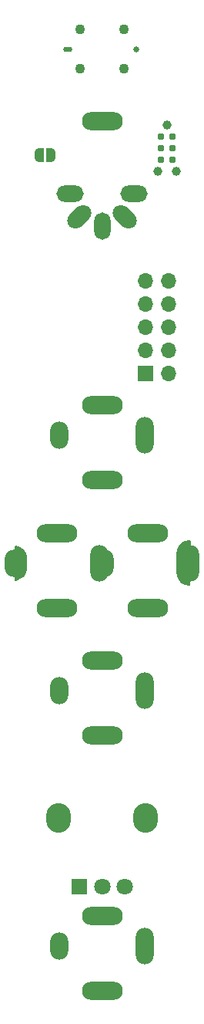
<source format=gbr>
%TF.GenerationSoftware,KiCad,Pcbnew,6.0.11-2627ca5db0~126~ubuntu22.04.1*%
%TF.CreationDate,2023-05-04T09:26:43+02:00*%
%TF.ProjectId,OTBreakOut,4f544272-6561-46b4-9f75-742e6b696361,rev?*%
%TF.SameCoordinates,Original*%
%TF.FileFunction,Soldermask,Bot*%
%TF.FilePolarity,Negative*%
%FSLAX46Y46*%
G04 Gerber Fmt 4.6, Leading zero omitted, Abs format (unit mm)*
G04 Created by KiCad (PCBNEW 6.0.11-2627ca5db0~126~ubuntu22.04.1) date 2023-05-04 09:26:43*
%MOMM*%
%LPD*%
G01*
G04 APERTURE LIST*
G04 Aperture macros list*
%AMHorizOval*
0 Thick line with rounded ends*
0 $1 width*
0 $2 $3 position (X,Y) of the first rounded end (center of the circle)*
0 $4 $5 position (X,Y) of the second rounded end (center of the circle)*
0 Add line between two ends*
20,1,$1,$2,$3,$4,$5,0*
0 Add two circle primitives to create the rounded ends*
1,1,$1,$2,$3*
1,1,$1,$4,$5*%
%AMFreePoly0*
4,1,22,0.500000,-0.750000,0.000000,-0.750000,0.000000,-0.745033,-0.079941,-0.743568,-0.215256,-0.701293,-0.333266,-0.622738,-0.424486,-0.514219,-0.481581,-0.384460,-0.499164,-0.250000,-0.500000,-0.250000,-0.500000,0.250000,-0.499164,0.250000,-0.499963,0.256109,-0.478152,0.396186,-0.417904,0.524511,-0.324060,0.630769,-0.204165,0.706417,-0.067858,0.745374,0.000000,0.744959,0.000000,0.750000,
0.500000,0.750000,0.500000,-0.750000,0.500000,-0.750000,$1*%
%AMFreePoly1*
4,1,20,0.000000,0.744959,0.073905,0.744508,0.209726,0.703889,0.328688,0.626782,0.421226,0.519385,0.479903,0.390333,0.500000,0.250000,0.500000,-0.250000,0.499851,-0.262216,0.476331,-0.402017,0.414519,-0.529596,0.319384,-0.634700,0.198574,-0.708877,0.061801,-0.746166,0.000000,-0.745033,0.000000,-0.750000,-0.500000,-0.750000,-0.500000,0.750000,0.000000,0.750000,0.000000,0.744959,
0.000000,0.744959,$1*%
G04 Aperture macros list end*
%ADD10C,0.200000*%
%ADD11O,2.720000X3.240000*%
%ADD12R,1.800000X1.800000*%
%ADD13C,1.800000*%
%ADD14O,4.500000X2.000000*%
%ADD15O,3.000000X1.800000*%
%ADD16O,1.800000X3.000000*%
%ADD17HorizOval,1.800000X0.424264X-0.424264X-0.424264X0.424264X0*%
%ADD18HorizOval,1.800000X0.424264X0.424264X-0.424264X-0.424264X0*%
%ADD19O,2.000000X3.000000*%
%ADD20O,2.000000X4.000000*%
%ADD21C,0.660000*%
%ADD22C,1.100000*%
%ADD23O,1.000000X0.580000*%
%ADD24FreePoly0,180.000000*%
%ADD25FreePoly1,180.000000*%
%ADD26C,0.990600*%
%ADD27C,0.787400*%
%ADD28R,1.700000X1.700000*%
%ADD29O,1.700000X1.700000*%
G04 APERTURE END LIST*
D10*
G36*
X109620000Y-118410000D02*
G01*
X109120000Y-118340000D01*
X108780000Y-118160000D01*
X108500000Y-117810000D01*
X108360000Y-117460000D01*
X108280000Y-116840000D01*
X108280000Y-115010000D01*
X108350000Y-114530000D01*
X108640000Y-113950000D01*
X109120000Y-113620000D01*
X109670000Y-113540000D01*
X109620000Y-118410000D01*
G37*
X109620000Y-118410000D02*
X109120000Y-118340000D01*
X108780000Y-118160000D01*
X108500000Y-117810000D01*
X108360000Y-117460000D01*
X108280000Y-116840000D01*
X108280000Y-115010000D01*
X108350000Y-114530000D01*
X108640000Y-113950000D01*
X109120000Y-113620000D01*
X109670000Y-113540000D01*
X109620000Y-118410000D01*
G36*
X90794627Y-114247707D02*
G01*
X91064627Y-114407707D01*
X91294627Y-114577707D01*
X91544627Y-114907707D01*
X91644627Y-115227707D01*
X91664627Y-115647707D01*
X91654627Y-116447707D01*
X91644627Y-116817707D01*
X91514627Y-117207707D01*
X91314627Y-117457707D01*
X90984627Y-117677707D01*
X90584627Y-117857707D01*
X90464627Y-117867707D01*
X90424627Y-114207707D01*
X90794627Y-114247707D01*
G37*
X90794627Y-114247707D02*
X91064627Y-114407707D01*
X91294627Y-114577707D01*
X91544627Y-114907707D01*
X91644627Y-115227707D01*
X91664627Y-115647707D01*
X91654627Y-116447707D01*
X91644627Y-116817707D01*
X91514627Y-117207707D01*
X91314627Y-117457707D01*
X90984627Y-117677707D01*
X90584627Y-117857707D01*
X90464627Y-117867707D01*
X90424627Y-114207707D01*
X90794627Y-114247707D01*
D11*
%TO.C,RV1*%
X104800000Y-144000000D03*
X95200000Y-144000000D03*
D12*
X97500000Y-151500000D03*
D13*
X100000000Y-151500000D03*
X102500000Y-151500000D03*
%TD*%
D14*
%TO.C,J6*%
X100000000Y-67550000D03*
D15*
X103500000Y-75500000D03*
D16*
X100000000Y-79000000D03*
D15*
X96500000Y-75500000D03*
D17*
X102474874Y-77974874D03*
D18*
X97525126Y-77974874D03*
%TD*%
D19*
%TO.C,J4*%
X90300000Y-116000000D03*
D20*
X99700000Y-116000000D03*
D14*
X95000000Y-112700000D03*
X95000000Y-120900000D03*
%TD*%
D20*
%TO.C,J1*%
X104700000Y-158000000D03*
D19*
X95300000Y-158000000D03*
D14*
X100000000Y-154700000D03*
X100000000Y-162900000D03*
%TD*%
D19*
%TO.C,J5*%
X95300000Y-130000000D03*
D20*
X104700000Y-130000000D03*
D14*
X100000000Y-126700000D03*
X100000000Y-134900000D03*
%TD*%
D20*
%TO.C,J3*%
X109700000Y-116000000D03*
D19*
X100300000Y-116000000D03*
D14*
X105000000Y-112700000D03*
X105000000Y-120900000D03*
%TD*%
D20*
%TO.C,J2*%
X104700000Y-102000000D03*
D19*
X95300000Y-102000000D03*
D14*
X100000000Y-98700000D03*
X100000000Y-106900000D03*
%TD*%
D21*
%TO.C,J8*%
X103750000Y-59600000D03*
D22*
X97600000Y-57450000D03*
X102400000Y-57450000D03*
X97600000Y-61750000D03*
X102400000Y-61750000D03*
D23*
X96250000Y-59600000D03*
%TD*%
D24*
%TO.C,JP1*%
X94350000Y-71200000D03*
D25*
X93050000Y-71200000D03*
%TD*%
D26*
%TO.C,J9*%
X106084000Y-73040000D03*
X107100000Y-67960000D03*
X108116000Y-73040000D03*
D27*
X107735000Y-69230000D03*
X106465000Y-69230000D03*
X107735000Y-70500000D03*
X106465000Y-70500000D03*
X107735000Y-71770000D03*
X106465000Y-71770000D03*
%TD*%
D28*
%TO.C,J7*%
X104730000Y-95160000D03*
D29*
X107270000Y-95160000D03*
X104730000Y-92620000D03*
X107270000Y-92620000D03*
X104730000Y-90080000D03*
X107270000Y-90080000D03*
X104730000Y-87540000D03*
X107270000Y-87540000D03*
X104730000Y-85000000D03*
X107270000Y-85000000D03*
%TD*%
M02*

</source>
